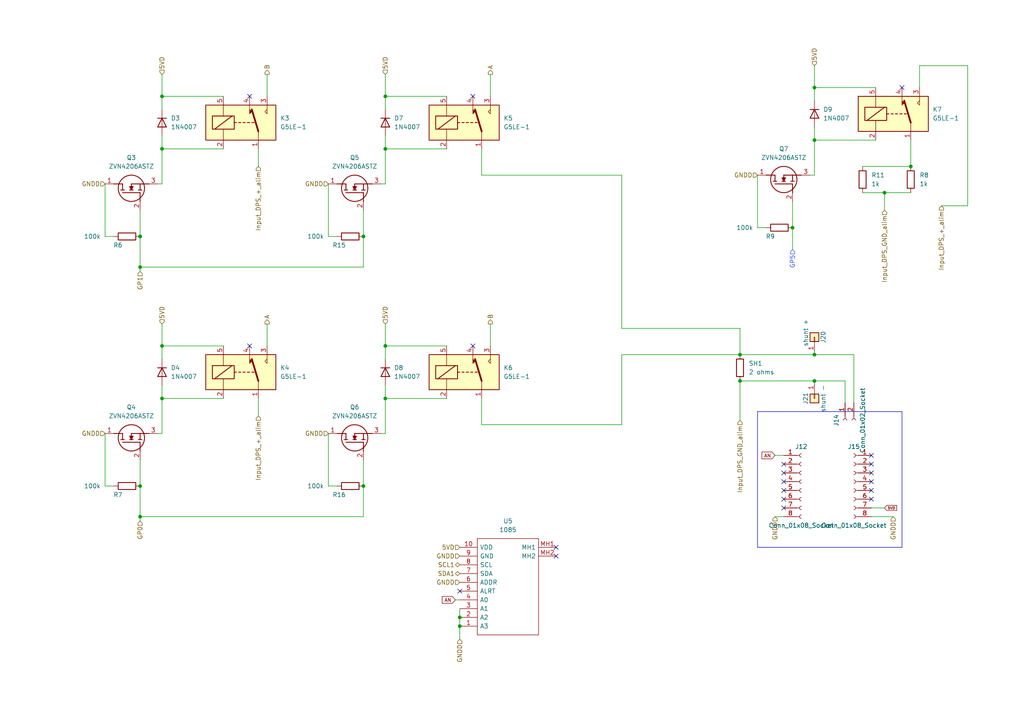
<source format=kicad_sch>
(kicad_sch (version 20231120) (generator "eeschema") (generator_version "8.0")
  (paper "A4")
  (lib_symbols
    (symbol "1085:1085" (pin_names (offset 0.762))
      (property "Reference" "IC" (at 24.13 7.62 0))
      (property "Value" "1085" (at 24.13 5.08 0))
      (symbol "1085_0_0"
        (pin passive line (at 0 -22.86 0) (length 5.08) (name "A3") (number "1"))
        (pin passive line (at 0 0 0) (length 5.08) (name "VDD") (number "10"))
        (pin passive line (at 0 -20.32 0) (length 5.08) (name "A2") (number "2"))
        (pin passive line (at 0 -17.78 0) (length 5.08) (name "A1") (number "3"))
        (pin passive line (at 0 -15.24 0) (length 5.08) (name "A0") (number "4"))
        (pin passive line (at 0 -12.7 0) (length 5.08) (name "ALRT") (number "5"))
        (pin passive line (at 0 -10.16 0) (length 5.08) (name "ADDR") (number "6"))
        (pin passive line (at 0 -7.62 0) (length 5.08) (name "SDA") (number "7"))
        (pin passive line (at 0 -5.08 0) (length 5.08) (name "SCL") (number "8"))
        (pin passive line (at 0 -2.54 0) (length 5.08) (name "GND") (number "9"))
        (pin passive line (at 27.94 0 180) (length 5.08) (name "MH1") (number "MH1"))
        (pin passive line (at 27.94 -2.54 180) (length 5.08) (name "MH2") (number "MH2"))
      )
      (symbol "1085_0_1"
        (polyline (pts (xy 5.08 2.54) (xy 22.86 2.54) (xy 22.86 -25.4) (xy 5.08 -25.4) (xy 5.08 2.54)) (stroke (width 0.1524)))
      )
    )
    (symbol "Connector:Conn_01x02_Socket" (pin_names (offset 1.016) hide)
      (property "Reference" "J" (at 0 2.54 0))
      (property "Value" "Conn_01x02_Socket" (at 0 -5.08 0))
      (symbol "Conn_01x02_Socket_1_1"
        (arc (start 0 -2.032) (mid -0.5058 -2.54) (end 0 -3.048) (stroke (width 0.1524)))
        (polyline (pts (xy -1.27 -2.54) (xy -0.508 -2.54)) (stroke (width 0.1524)))
        (polyline (pts (xy -1.27 0) (xy -0.508 0)) (stroke (width 0.1524)))
        (arc (start 0 0.508) (mid -0.5058 0) (end 0 -0.508) (stroke (width 0.1524)))
        (pin passive line (at -5.08 0 0) (length 3.81) (name "Pin_1") (number "1"))
        (pin passive line (at -5.08 -2.54 0) (length 3.81) (name "Pin_2") (number "2"))
      )
    )
    (symbol "Connector:Conn_01x08_Socket" (pin_names (offset 1.016) hide)
      (property "Reference" "J" (at 0 10.16 0))
      (property "Value" "Conn_01x08_Socket" (at 0 -12.7 0))
      (symbol "Conn_01x08_Socket_1_1"
        (arc (start 0 -9.652) (mid -0.5058 -10.16) (end 0 -10.668) (stroke (width 0.1524)))
        (arc (start 0 -7.112) (mid -0.5058 -7.62) (end 0 -8.128) (stroke (width 0.1524)))
        (arc (start 0 -4.572) (mid -0.5058 -5.08) (end 0 -5.588) (stroke (width 0.1524)))
        (arc (start 0 -2.032) (mid -0.5058 -2.54) (end 0 -3.048) (stroke (width 0.1524)))
        (polyline (pts (xy -1.27 -10.16) (xy -0.508 -10.16)) (stroke (width 0.1524)))
        (polyline (pts (xy -1.27 -7.62) (xy -0.508 -7.62)) (stroke (width 0.1524)))
        (polyline (pts (xy -1.27 -5.08) (xy -0.508 -5.08)) (stroke (width 0.1524)))
        (polyline (pts (xy -1.27 -2.54) (xy -0.508 -2.54)) (stroke (width 0.1524)))
        (polyline (pts (xy -1.27 0) (xy -0.508 0)) (stroke (width 0.1524)))
        (polyline (pts (xy -1.27 2.54) (xy -0.508 2.54)) (stroke (width 0.1524)))
        (polyline (pts (xy -1.27 5.08) (xy -0.508 5.08)) (stroke (width 0.1524)))
        (polyline (pts (xy -1.27 7.62) (xy -0.508 7.62)) (stroke (width 0.1524)))
        (arc (start 0 0.508) (mid -0.5058 0) (end 0 -0.508) (stroke (width 0.1524)))
        (arc (start 0 3.048) (mid -0.5058 2.54) (end 0 2.032) (stroke (width 0.1524)))
        (arc (start 0 5.588) (mid -0.5058 5.08) (end 0 4.572) (stroke (width 0.1524)))
        (arc (start 0 8.128) (mid -0.5058 7.62) (end 0 7.112) (stroke (width 0.1524)))
        (pin passive line (at -5.08 7.62 0) (length 3.81) (name "Pin_1") (number "1"))
        (pin passive line (at -5.08 5.08 0) (length 3.81) (name "Pin_2") (number "2"))
        (pin passive line (at -5.08 2.54 0) (length 3.81) (name "Pin_3") (number "3"))
        (pin passive line (at -5.08 0 0) (length 3.81) (name "Pin_4") (number "4"))
        (pin passive line (at -5.08 -2.54 0) (length 3.81) (name "Pin_5") (number "5"))
        (pin passive line (at -5.08 -5.08 0) (length 3.81) (name "Pin_6") (number "6"))
        (pin passive line (at -5.08 -7.62 0) (length 3.81) (name "Pin_7") (number "7"))
        (pin passive line (at -5.08 -10.16 0) (length 3.81) (name "Pin_8") (number "8"))
      )
    )
    (symbol "Connector_Generic:Conn_01x01" (pin_names (offset 1.016) hide)
      (property "Reference" "J" (at 0 2.54 0))
      (property "Value" "Conn_01x01" (at 0 -2.54 0))
      (symbol "Conn_01x01_1_1"
        (rectangle (start -1.27 0.127) (end 0 -0.127) (stroke (width 0.1524)))
        (rectangle (start -1.27 1.27) (end 1.27 -1.27) (stroke (width 0.254)) (fill (type background)))
        (pin passive line (at -5.08 0 0) (length 3.81) (name "Pin_1") (number "1"))
      )
    )
    (symbol "Device:R" (pin_numbers hide) (pin_names (offset 0))
      (property "Reference" "R" (at 2.032 0 90))
      (property "Value" "R" (at 0 0 90))
      (symbol "R_0_1"
        (rectangle (start -1.016 -2.54) (end 1.016 2.54) (stroke (width 0.254)))
      )
      (symbol "R_1_1"
        (pin passive line (at 0 3.81 270) (length 1.27) (name "~") (number "1"))
        (pin passive line (at 0 -3.81 90) (length 1.27) (name "~") (number "2"))
      )
    )
    (symbol "Diode:1N4001" (pin_numbers hide) (pin_names hide)
      (property "Reference" "D" (at 0 2.54 0))
      (property "Value" "1N4001" (at 0 -2.54 0))
      (symbol "1N4001_0_1"
        (polyline (pts (xy -1.27 1.27) (xy -1.27 -1.27)) (stroke (width 0.254)))
        (polyline (pts (xy 1.27 0) (xy -1.27 0)))
        (polyline (pts (xy 1.27 1.27) (xy 1.27 -1.27) (xy -1.27 0) (xy 1.27 1.27)) (stroke (width 0.254)))
      )
      (symbol "1N4001_1_1"
        (pin passive line (at -3.81 0 0) (length 2.54) (name "K") (number "1"))
        (pin passive line (at 3.81 0 180) (length 2.54) (name "A") (number "2"))
      )
    )
    (symbol "Relay:G5LE-1"
      (property "Reference" "K" (at 11.43 3.81 0))
      (property "Value" "G5LE-1" (at 11.43 1.27 0))
      (symbol "G5LE-1_0_0"
        (polyline (pts (xy 7.62 5.08) (xy 7.62 2.54) (xy 6.985 3.175) (xy 7.62 3.81)))
      )
      (symbol "G5LE-1_0_1"
        (rectangle (start -10.16 5.08) (end 10.16 -5.08) (stroke (width 0.254)) (fill (type background)))
        (rectangle (start -8.255 1.905) (end -1.905 -1.905) (stroke (width 0.254)))
        (polyline (pts (xy -7.62 -1.905) (xy -2.54 1.905)) (stroke (width 0.254)))
        (polyline (pts (xy -5.08 -5.08) (xy -5.08 -1.905)))
        (polyline (pts (xy -5.08 5.08) (xy -5.08 1.905)))
        (polyline (pts (xy -1.905 0) (xy -1.27 0)) (stroke (width 0.254)))
        (polyline (pts (xy -0.635 0) (xy 0 0)) (stroke (width 0.254)))
        (polyline (pts (xy 0.635 0) (xy 1.27 0)) (stroke (width 0.254)))
        (polyline (pts (xy 1.905 0) (xy 2.54 0)) (stroke (width 0.254)))
        (polyline (pts (xy 3.175 0) (xy 3.81 0)) (stroke (width 0.254)))
        (polyline (pts (xy 5.08 -2.54) (xy 3.175 3.81)) (stroke (width 0.508)))
        (polyline (pts (xy 5.08 -2.54) (xy 5.08 -5.08)))
        (polyline (pts (xy 2.54 5.08) (xy 2.54 2.54) (xy 3.175 3.175) (xy 2.54 3.81)) (fill (type outline)))
      )
      (symbol "G5LE-1_1_1"
        (pin passive line (at 5.08 -7.62 90) (length 2.54) (name "~") (number "1"))
        (pin passive line (at -5.08 -7.62 90) (length 2.54) (name "~") (number "2"))
        (pin passive line (at 7.62 7.62 270) (length 2.54) (name "~") (number "3"))
        (pin passive line (at 2.54 7.62 270) (length 2.54) (name "~") (number "4"))
        (pin passive line (at -5.08 7.62 270) (length 2.54) (name "~") (number "5"))
      )
    )
    (symbol "ZVN4206ASTZ:ZVN4206ASTZ" (pin_names hide)
      (property "Reference" "Q" (at 11.43 3.81 0))
      (property "Value" "ZVN4206ASTZ" (at 11.43 1.27 0))
      (symbol "ZVN4206ASTZ_1_1"
        (polyline (pts (xy 2.54 0) (xy 5.08 0)) (stroke (width 0.254)))
        (polyline (pts (xy 5.08 5.08) (xy 5.08 0)) (stroke (width 0.254)))
        (polyline (pts (xy 5.842 -0.508) (xy 5.842 0.508)) (stroke (width 0.254)))
        (polyline (pts (xy 5.842 0) (xy 7.62 0)) (stroke (width 0.254)))
        (polyline (pts (xy 5.842 2.032) (xy 5.842 3.048)) (stroke (width 0.254)))
        (polyline (pts (xy 5.842 5.588) (xy 5.842 4.572)) (stroke (width 0.254)))
        (polyline (pts (xy 7.62 2.54) (xy 5.842 2.54)) (stroke (width 0.254)))
        (polyline (pts (xy 7.62 2.54) (xy 7.62 -2.54)) (stroke (width 0.254)))
        (polyline (pts (xy 7.62 5.08) (xy 5.842 5.08)) (stroke (width 0.254)))
        (polyline (pts (xy 7.62 5.08) (xy 7.62 7.62)) (stroke (width 0.254)))
        (polyline (pts (xy 5.842 2.54) (xy 6.858 3.048) (xy 6.858 2.032) (xy 5.842 2.54)) (stroke (width 0.254)) (fill (type outline)))
        (circle (center 6.35 2.54) (radius 3.81) (stroke (width 0.254)))
        (pin passive line (at 7.62 10.16 270) (length 2.54) (name "D") (number "1"))
        (pin passive line (at 0 0 0) (length 2.54) (name "G") (number "2"))
        (pin passive line (at 7.62 -5.08 90) (length 2.54) (name "S") (number "3"))
      )
    )
  )
  (junction (at 111.76 27.94))
  (junction (at 133.35 179.07))
  (junction (at 264.16 48.26))
  (junction (at 46.99 27.94))
  (junction (at 40.64 149.86))
  (junction (at 40.64 68.58))
  (junction (at 111.76 100.33))
  (junction (at 105.41 140.97))
  (junction (at 236.22 40.64))
  (junction (at 256.54 55.88))
  (junction (at 214.63 110.49))
  (junction (at 40.64 77.47))
  (junction (at 46.99 115.57))
  (junction (at 133.35 181.61))
  (junction (at 236.22 25.4))
  (junction (at 40.64 140.97))
  (junction (at 105.41 68.58))
  (junction (at 46.99 100.33))
  (junction (at 229.87 66.04))
  (junction (at 214.63 102.87))
  (junction (at 236.22 102.87))
  (junction (at 46.99 43.18))
  (junction (at 111.76 115.57))
  (junction (at 111.76 43.18))
  (junction (at 236.22 110.49))
  (no_connect (at 133.35 171.45))
  (no_connect (at 261.62 25.4))
  (no_connect (at 161.29 161.29))
  (no_connect (at 252.73 132.08))
  (no_connect (at 227.33 134.62))
  (no_connect (at 161.29 158.75))
  (no_connect (at 72.39 27.94))
  (no_connect (at 252.73 134.62))
  (no_connect (at 227.33 144.78))
  (no_connect (at 227.33 147.32))
  (no_connect (at 72.39 100.33))
  (no_connect (at 252.73 144.78))
  (no_connect (at 252.73 142.24))
  (no_connect (at 252.73 137.16))
  (no_connect (at 227.33 139.7))
  (no_connect (at 137.16 27.94))
  (no_connect (at 252.73 139.7))
  (no_connect (at 227.33 142.24))
  (no_connect (at 137.16 100.33))
  (no_connect (at 227.33 137.16))
  (wire (pts (xy 40.64 68.58) (xy 40.64 60.96)))
  (wire (pts (xy 214.63 110.49) (xy 214.63 121.92)))
  (wire (pts (xy 46.99 115.57) (xy 46.99 125.73)))
  (wire (pts (xy 236.22 102.87) (xy 214.63 102.87)))
  (wire (pts (xy 132.08 173.99) (xy 133.35 173.99)))
  (polyline (pts (xy 261.62 158.75) (xy 219.71 158.75)))
  (wire (pts (xy 46.99 43.18) (xy 64.77 43.18)))
  (wire (pts (xy 46.99 39.37) (xy 46.99 43.18)))
  (wire (pts (xy 111.76 43.18) (xy 129.54 43.18)))
  (wire (pts (xy 105.41 140.97) (xy 105.41 149.86)))
  (wire (pts (xy 247.65 116.84) (xy 247.65 102.87)))
  (wire (pts (xy 252.73 149.86) (xy 259.08 149.86)))
  (wire (pts (xy 40.64 77.47) (xy 40.64 78.74)))
  (wire (pts (xy 111.76 93.98) (xy 111.76 100.33)))
  (wire (pts (xy 111.76 100.33) (xy 111.76 104.14)))
  (wire (pts (xy 111.76 39.37) (xy 111.76 43.18)))
  (wire (pts (xy 256.54 55.88) (xy 256.54 60.96)))
  (wire (pts (xy 77.47 21.59) (xy 77.47 27.94)))
  (wire (pts (xy 133.35 181.61) (xy 133.35 185.42)))
  (polyline (pts (xy 219.71 119.38) (xy 219.71 158.75)))
  (wire (pts (xy 280.67 19.05) (xy 266.7 19.05)))
  (wire (pts (xy 40.64 68.58) (xy 40.64 77.47)))
  (wire (pts (xy 180.34 102.87) (xy 180.34 123.19)))
  (wire (pts (xy 111.76 27.94) (xy 111.76 31.75)))
  (wire (pts (xy 250.19 55.88) (xy 256.54 55.88)))
  (wire (pts (xy 111.76 115.57) (xy 129.54 115.57)))
  (wire (pts (xy 224.79 132.08) (xy 227.33 132.08)))
  (wire (pts (xy 30.48 140.97) (xy 30.48 125.73)))
  (wire (pts (xy 105.41 68.58) (xy 105.41 77.47)))
  (wire (pts (xy 40.64 140.97) (xy 40.64 149.86)))
  (wire (pts (xy 229.87 66.04) (xy 229.87 58.42)))
  (wire (pts (xy 46.99 21.59) (xy 46.99 27.94)))
  (wire (pts (xy 40.64 140.97) (xy 40.64 133.35)))
  (wire (pts (xy 64.77 100.33) (xy 46.99 100.33)))
  (wire (pts (xy 264.16 40.64) (xy 264.16 48.26)))
  (wire (pts (xy 46.99 115.57) (xy 64.77 115.57)))
  (wire (pts (xy 236.22 40.64) (xy 254 40.64)))
  (wire (pts (xy 229.87 66.04) (xy 229.87 72.39)))
  (wire (pts (xy 273.05 59.69) (xy 280.67 59.69)))
  (wire (pts (xy 214.63 95.25) (xy 214.63 102.87)))
  (wire (pts (xy 95.25 68.58) (xy 95.25 53.34)))
  (wire (pts (xy 30.48 68.58) (xy 30.48 53.34)))
  (wire (pts (xy 46.99 53.34) (xy 45.72 53.34)))
  (wire (pts (xy 111.76 111.76) (xy 111.76 115.57)))
  (wire (pts (xy 74.93 43.18) (xy 74.93 48.26)))
  (wire (pts (xy 77.47 93.98) (xy 77.47 100.33)))
  (wire (pts (xy 214.63 102.87) (xy 180.34 102.87)))
  (wire (pts (xy 236.22 25.4) (xy 236.22 29.21)))
  (wire (pts (xy 97.79 140.97) (xy 95.25 140.97)))
  (polyline (pts (xy 219.71 119.38) (xy 261.62 119.38)))
  (wire (pts (xy 254 25.4) (xy 236.22 25.4)))
  (wire (pts (xy 33.02 68.58) (xy 30.48 68.58)))
  (wire (pts (xy 40.64 149.86) (xy 105.41 149.86)))
  (wire (pts (xy 46.99 43.18) (xy 46.99 53.34)))
  (wire (pts (xy 111.76 43.18) (xy 111.76 53.34)))
  (wire (pts (xy 214.63 110.49) (xy 236.22 110.49)))
  (wire (pts (xy 236.22 40.64) (xy 236.22 50.8)))
  (wire (pts (xy 33.02 140.97) (xy 30.48 140.97)))
  (wire (pts (xy 139.7 115.57) (xy 139.7 123.19)))
  (wire (pts (xy 180.34 123.19) (xy 139.7 123.19)))
  (wire (pts (xy 180.34 50.8) (xy 180.34 95.25)))
  (wire (pts (xy 224.79 149.86) (xy 227.33 149.86)))
  (wire (pts (xy 64.77 27.94) (xy 46.99 27.94)))
  (wire (pts (xy 46.99 93.98) (xy 46.99 100.33)))
  (wire (pts (xy 111.76 125.73) (xy 110.49 125.73)))
  (wire (pts (xy 46.99 27.94) (xy 46.99 31.75)))
  (wire (pts (xy 133.35 179.07) (xy 133.35 181.61)))
  (wire (pts (xy 256.54 55.88) (xy 264.16 55.88)))
  (wire (pts (xy 219.71 66.04) (xy 219.71 50.8)))
  (wire (pts (xy 139.7 50.8) (xy 180.34 50.8)))
  (wire (pts (xy 133.35 176.53) (xy 133.35 179.07)))
  (wire (pts (xy 245.11 110.49) (xy 245.11 116.84)))
  (wire (pts (xy 40.64 149.86) (xy 40.64 151.13)))
  (wire (pts (xy 266.7 19.05) (xy 266.7 25.4)))
  (wire (pts (xy 129.54 100.33) (xy 111.76 100.33)))
  (wire (pts (xy 46.99 111.76) (xy 46.99 115.57)))
  (wire (pts (xy 111.76 115.57) (xy 111.76 125.73)))
  (wire (pts (xy 280.67 59.69) (xy 280.67 19.05)))
  (wire (pts (xy 250.19 48.26) (xy 264.16 48.26)))
  (wire (pts (xy 97.79 68.58) (xy 95.25 68.58)))
  (wire (pts (xy 105.41 140.97) (xy 105.41 133.35)))
  (wire (pts (xy 95.25 140.97) (xy 95.25 125.73)))
  (polyline (pts (xy 261.62 119.38) (xy 261.62 158.75)))
  (wire (pts (xy 111.76 53.34) (xy 110.49 53.34)))
  (wire (pts (xy 236.22 50.8) (xy 234.95 50.8)))
  (wire (pts (xy 222.25 66.04) (xy 219.71 66.04)))
  (wire (pts (xy 142.24 21.59) (xy 142.24 27.94)))
  (wire (pts (xy 180.34 95.25) (xy 214.63 95.25)))
  (wire (pts (xy 236.22 110.49) (xy 245.11 110.49)))
  (wire (pts (xy 40.64 77.47) (xy 105.41 77.47)))
  (wire (pts (xy 46.99 100.33) (xy 46.99 104.14)))
  (wire (pts (xy 236.22 36.83) (xy 236.22 40.64)))
  (wire (pts (xy 142.24 93.98) (xy 142.24 100.33)))
  (wire (pts (xy 247.65 102.87) (xy 236.22 102.87)))
  (wire (pts (xy 236.22 19.05) (xy 236.22 25.4)))
  (wire (pts (xy 129.54 27.94) (xy 111.76 27.94)))
  (wire (pts (xy 74.93 115.57) (xy 74.93 120.65)))
  (wire (pts (xy 46.99 125.73) (xy 45.72 125.73)))
  (wire (pts (xy 105.41 68.58) (xy 105.41 60.96)))
  (wire (pts (xy 139.7 43.18) (xy 139.7 50.8)))
  (wire (pts (xy 252.73 147.32) (xy 256.54 147.32)))
  (wire (pts (xy 111.76 21.59) (xy 111.76 27.94)))
  (global_label "5VD" (shape input) (at 256.54 147.32 0) (effects (font (size 0.75 0.75))) (property "Intersheetrefs" "${INTERSHEET_REFS}" (effects (hide yes))))
  (global_label "AN" (shape input) (at 132.08 173.99 180) (effects (font (size 1 1))) (property "Intersheetrefs" "${INTERSHEET_REFS}" (effects (hide yes))))
  (global_label "AN" (shape input) (at 224.79 132.08 180) (effects (font (size 1 1))) (property "Intersheetrefs" "${INTERSHEET_REFS}" (effects (hide yes))))
  (hierarchical_label "5VD" (shape input) (at 236.22 19.05 90))
  (hierarchical_label "GNDD" (shape input) (at 259.08 149.86 270))
  (hierarchical_label "GNDD" (shape input) (at 95.25 53.34 180))
  (hierarchical_label "5VD" (shape input) (at 46.99 93.98 90))
  (hierarchical_label "GNDD" (shape input) (at 133.35 161.29 180))
  (hierarchical_label "GNDD" (shape input) (at 224.79 149.86 270))
  (hierarchical_label "GP0" (shape input) (at 40.64 151.13 270))
  (hierarchical_label "5VD" (shape input) (at 111.76 93.98 90))
  (hierarchical_label "GNDD" (shape input) (at 95.25 125.73 180))
  (hierarchical_label "GNDD" (shape input) (at 133.35 185.42 270))
  (hierarchical_label "GP1" (shape input) (at 40.64 78.74 270))
  (hierarchical_label "GNDD" (shape input) (at 133.35 168.91 180))
  (hierarchical_label "A" (shape output) (at 77.47 93.98 90))
  (hierarchical_label "Input_DPS_+_alim" (shape input) (at 74.93 48.26 270))
  (hierarchical_label "GP5" (shape input) (at 229.87 72.39 270))
  (hierarchical_label "5VD" (shape input) (at 46.99 21.59 90))
  (hierarchical_label "Input_DPS_+_alim" (shape input) (at 273.05 59.69 270))
  (hierarchical_label "Input_DPS_GND_alim" (shape input) (at 214.63 121.92 270))
  (hierarchical_label "5VD" (shape input) (at 133.35 158.75 180))
  (hierarchical_label "B" (shape output) (at 142.24 93.98 90))
  (hierarchical_label "Input_DPS_+_alim" (shape input) (at 74.93 120.65 270))
  (hierarchical_label "SDA1" (shape bidirectional) (at 133.35 166.37 180))
  (hierarchical_label "SCL1" (shape bidirectional) (at 133.35 163.83 180))
  (hierarchical_label "A" (shape output) (at 142.24 21.59 90))
  (hierarchical_label "GNDD" (shape input) (at 30.48 53.34 180))
  (hierarchical_label "Input_DPS_GND_alim" (shape input) (at 256.54 60.96 270))
  (hierarchical_label "GNDD" (shape input) (at 219.71 50.8 180))
  (hierarchical_label "B" (shape output) (at 77.47 21.59 90))
  (hierarchical_label "GNDD" (shape input) (at 30.48 125.73 180))
  (hierarchical_label "5VD" (shape input) (at 111.76 21.59 90))
  (symbol (lib_id "Relay:G5LE-1") (at 134.62 107.95 0) (unit 1)
    (property "Reference" "K6" (at 146.05 106.6799 0) (effects (justify left)))
    (property "Value" "G5LE-1" (at 146.05 109.2199 0) (effects (justify left)))
    (property "Footprint" "Relay_THT:Relay_SPDT_Omron-G5LE-1" (effects (hide yes)))
    (property "Datasheet" "http://www.omron.com/ecb/products/pdf/en-g5le.pdf" (effects (hide yes)))
    (property "Description" "Relay analog 5V power (G5LE-1)" (effects (hide yes)))
  )
  (symbol (lib_id "Device:R") (at 250.19 52.07 0) (unit 1)
    (property "Reference" "R11" (at 252.73 50.8 0) (effects (justify left)))
    (property "Value" "1k" (at 252.73 53.34 0) (effects (justify left)))
    (property "Footprint" "Resistor_THT:R_Axial_DIN0207_L6.3mm_D2.5mm_P7.62mm_Horizontal" (effects (hide yes)))
  )
  (symbol (lib_id "Diode:1N4001") (at 46.99 35.56 270) (unit 1)
    (property "Reference" "D3" (at 49.53 34.29 90) (effects (justify left)))
    (property "Value" "1N4007" (at 49.53 36.83 90) (effects (justify left)))
    (property "Footprint" "Diode_THT:D_DO-41_SOD81_P10.16mm_Horizontal" (effects (hide yes)))
    (property "Datasheet" "http://www.vishay.com/docs/88503/1n4001.pdf" (effects (hide yes)))
    (property "Description" "Diode DO41" (effects (hide yes)))
    (property "Sim.Device" "D" (effects (hide yes)))
    (property "Sim.Pins" "1=K 2=A" (effects (hide yes)))
  )
  (symbol (lib_id "Relay:G5LE-1") (at 134.62 35.56 0) (unit 1)
    (property "Reference" "K5" (at 146.05 34.2899 0) (effects (justify left)))
    (property "Value" "G5LE-1" (at 146.05 36.8299 0) (effects (justify left)))
    (property "Footprint" "Relay_THT:Relay_SPDT_Omron-G5LE-1" (effects (hide yes)))
    (property "Datasheet" "http://www.omron.com/ecb/products/pdf/en-g5le.pdf" (effects (hide yes)))
    (property "Description" "Relay analog 5V power (G5LE-1)" (effects (hide yes)))
  )
  (symbol (lib_id "Relay:G5LE-1") (at 259.08 33.02 0) (unit 1)
    (property "Reference" "K7" (at 270.51 31.7499 0) (effects (justify left)))
    (property "Value" "G5LE-1" (at 270.51 34.2899 0) (effects (justify left)))
    (property "Footprint" "Relay_THT:Relay_SPDT_Omron-G5LE-1" (effects (hide yes)))
    (property "Datasheet" "http://www.omron.com/ecb/products/pdf/en-g5le.pdf" (effects (hide yes)))
    (property "Description" "Relay analog 5V power (G5LE-1)" (effects (hide yes)))
  )
  (symbol (lib_id "ZVN4206ASTZ:ZVN4206ASTZ") (at 40.64 133.35 90) (unit 1)
    (property "Reference" "Q4" (at 38.1 118.11 90))
    (property "Value" "ZVN4206ASTZ" (at 38.1 120.65 90))
    (property "Footprint" "Package_TO_SOT_THT:TO-92L_Wide" (effects (hide yes)))
    (property "Datasheet" "https://www.diodes.com/assets/Datasheets/ZVN4206A.pdf" (effects (hide yes)))
    (property "Description" "Transistor JFET - TO shape - relay activation" (effects (hide yes)))
    (property "Height" "4.01" (effects (hide yes)))
    (property "Manufacturer_Name" "Diodes Incorporated" (effects (hide yes)))
    (property "Manufacturer_Part_Number" "ZVN4206ASTZ" (effects (hide yes)))
    (property "Mouser Part Number" "522-ZVN4206ASTZ" (effects (hide yes)))
    (property "Mouser Price/Stock" "https://www.mouser.co.uk/ProductDetail/Diodes-Incorporated/ZVN4206ASTZ?qs=OlC7AqGiEDlGIiNe7stL%252BQ%3D%3D" (effects (hide yes)))
    (property "Arrow Part Number" "ZVN4206ASTZ" (effects (hide yes)))
    (property "Arrow Price/Stock" "https://www.arrow.com/en/products/zvn4206astz/diodes-incorporated?region=nac" (effects (hide yes)))
  )
  (symbol (lib_id "Device:R") (at 101.6 68.58 90) (unit 1)
    (property "Reference" "R15" (at 100.33 71.12 90) (effects (justify left)))
    (property "Value" "100k" (at 93.98 68.58 90) (effects (justify left)))
    (property "Footprint" "Resistor_THT:R_Axial_DIN0207_L6.3mm_D2.5mm_P7.62mm_Horizontal" (effects (hide yes)))
    (property "Description" "100 kohms resistor" (effects (hide yes)))
  )
  (symbol (lib_id "Device:R") (at 36.83 68.58 90) (unit 1)
    (property "Reference" "R6" (at 35.56 71.12 90) (effects (justify left)))
    (property "Value" "100k" (at 29.21 68.58 90) (effects (justify left)))
    (property "Footprint" "Resistor_THT:R_Axial_DIN0207_L6.3mm_D2.5mm_P7.62mm_Horizontal" (effects (hide yes)))
    (property "Description" "100 kohms resistor" (effects (hide yes)))
  )
  (symbol (lib_id "Device:R") (at 101.6 140.97 90) (unit 1)
    (property "Reference" "R16" (at 100.33 143.51 90) (effects (justify left)))
    (property "Value" "100k" (at 93.98 140.97 90) (effects (justify left)))
    (property "Footprint" "Resistor_THT:R_Axial_DIN0207_L6.3mm_D2.5mm_P7.62mm_Horizontal" (effects (hide yes)))
    (property "Description" "100 kohms resistor" (effects (hide yes)))
  )
  (symbol (lib_id "ZVN4206ASTZ:ZVN4206ASTZ") (at 105.41 133.35 90) (unit 1)
    (property "Reference" "Q6" (at 102.87 118.11 90))
    (property "Value" "ZVN4206ASTZ" (at 102.87 120.65 90))
    (property "Footprint" "Package_TO_SOT_THT:TO-92L_Wide" (effects (hide yes)))
    (property "Datasheet" "https://www.diodes.com/assets/Datasheets/ZVN4206A.pdf" (effects (hide yes)))
    (property "Description" "Transistor JFET - TO shape - relay activation" (effects (hide yes)))
    (property "Height" "4.01" (effects (hide yes)))
    (property "Manufacturer_Name" "Diodes Incorporated" (effects (hide yes)))
    (property "Manufacturer_Part_Number" "ZVN4206ASTZ" (effects (hide yes)))
    (property "Mouser Part Number" "522-ZVN4206ASTZ" (effects (hide yes)))
    (property "Mouser Price/Stock" "https://www.mouser.co.uk/ProductDetail/Diodes-Incorporated/ZVN4206ASTZ?qs=OlC7AqGiEDlGIiNe7stL%252BQ%3D%3D" (effects (hide yes)))
    (property "Arrow Part Number" "ZVN4206ASTZ" (effects (hide yes)))
    (property "Arrow Price/Stock" "https://www.arrow.com/en/products/zvn4206astz/diodes-incorporated?region=nac" (effects (hide yes)))
  )
  (symbol (lib_id "ZVN4206ASTZ:ZVN4206ASTZ") (at 40.64 60.96 90) (unit 1)
    (property "Reference" "Q3" (at 38.1 45.72 90))
    (property "Value" "ZVN4206ASTZ" (at 38.1 48.26 90))
    (property "Footprint" "Package_TO_SOT_THT:TO-92L_Wide" (effects (hide yes)))
    (property "Datasheet" "https://www.diodes.com/assets/Datasheets/ZVN4206A.pdf" (effects (hide yes)))
    (property "Description" "Transistor JFET - TO shape - relay activation" (effects (hide yes)))
    (property "Height" "4.01" (effects (hide yes)))
    (property "Manufacturer_Name" "Diodes Incorporated" (effects (hide yes)))
    (property "Manufacturer_Part_Number" "ZVN4206ASTZ" (effects (hide yes)))
    (property "Mouser Part Number" "522-ZVN4206ASTZ" (effects (hide yes)))
    (property "Mouser Price/Stock" "https://www.mouser.co.uk/ProductDetail/Diodes-Incorporated/ZVN4206ASTZ?qs=OlC7AqGiEDlGIiNe7stL%252BQ%3D%3D" (effects (hide yes)))
    (property "Arrow Part Number" "ZVN4206ASTZ" (effects (hide yes)))
    (property "Arrow Price/Stock" "https://www.arrow.com/en/products/zvn4206astz/diodes-incorporated?region=nac" (effects (hide yes)))
  )
  (symbol (lib_id "Connector_Generic:Conn_01x01") (at 236.22 97.79 90) (unit 1)
    (property "Reference" "J20" (at 238.76 97.79 0))
    (property "Value" "shunt +" (at 233.68 96.52 0))
    (property "Footprint" "Connector_PinHeader_2.54mm:PinHeader_1x01_P2.54mm_Vertical" (effects (hide yes)))
    (property "Description" "Contact check" (effects (hide yes)))
  )
  (symbol (lib_id "Connector:Conn_01x02_Socket") (at 245.11 121.92 90) (mirror x) (unit 1)
    (property "Reference" "J14" (at 242.57 121.92 0))
    (property "Value" "Conn_01x02_Socket" (at 250.19 121.92 0))
    (property "Footprint" "Connector_PinHeader_2.54mm:PinHeader_1x02_P2.54mm_Vertical" (effects (hide yes)))
    (property "Description" "Current 7 click (left)" (effects (hide yes)))
  )
  (symbol (lib_id "Diode:1N4001") (at 111.76 107.95 270) (unit 1)
    (property "Reference" "D8" (at 114.3 106.68 90) (effects (justify left)))
    (property "Value" "1N4007" (at 114.3 109.22 90) (effects (justify left)))
    (property "Footprint" "Diode_THT:D_DO-41_SOD81_P10.16mm_Horizontal" (effects (hide yes)))
    (property "Datasheet" "http://www.vishay.com/docs/88503/1n4001.pdf" (effects (hide yes)))
    (property "Description" "Diode DO41" (effects (hide yes)))
    (property "Sim.Device" "D" (effects (hide yes)))
    (property "Sim.Pins" "1=K 2=A" (effects (hide yes)))
  )
  (symbol (lib_id "Connector_Generic:Conn_01x01") (at 236.22 115.57 270) (unit 1)
    (property "Reference" "J21" (at 233.68 115.57 0))
    (property "Value" "shunt -" (at 238.76 115.57 0))
    (property "Footprint" "Connector_PinHeader_2.54mm:PinHeader_1x01_P2.54mm_Vertical" (effects (hide yes)))
    (property "Description" "Contact check" (effects (hide yes)))
  )
  (symbol (lib_id "Connector:Conn_01x08_Socket") (at 247.65 139.7 0) (mirror y) (unit 1)
    (property "Reference" "J15" (at 247.65 129.54 0))
    (property "Value" "Conn_01x08_Socket" (at 247.65 152.4 0))
    (property "Footprint" "Connector_PinHeader_2.54mm:PinHeader_1x08_P2.54mm_Vertical" (effects (hide yes)))
    (property "Description" "Current 7 click (top)" (effects (hide yes)))
  )
  (symbol (lib_id "ZVN4206ASTZ:ZVN4206ASTZ") (at 229.87 58.42 90) (unit 1)
    (property "Reference" "Q7" (at 227.33 43.18 90))
    (property "Value" "ZVN4206ASTZ" (at 227.33 45.72 90))
    (property "Footprint" "Package_TO_SOT_THT:TO-92L_Wide" (effects (hide yes)))
    (property "Datasheet" "https://www.diodes.com/assets/Datasheets/ZVN4206A.pdf" (effects (hide yes)))
    (property "Description" "Transistor JFET - TO shape - relay activation" (effects (hide yes)))
    (property "Height" "4.01" (effects (hide yes)))
    (property "Manufacturer_Name" "Diodes Incorporated" (effects (hide yes)))
    (property "Manufacturer_Part_Number" "ZVN4206ASTZ" (effects (hide yes)))
    (property "Mouser Part Number" "522-ZVN4206ASTZ" (effects (hide yes)))
    (property "Mouser Price/Stock" "https://www.mouser.co.uk/ProductDetail/Diodes-Incorporated/ZVN4206ASTZ?qs=OlC7AqGiEDlGIiNe7stL%252BQ%3D%3D" (effects (hide yes)))
    (property "Arrow Part Number" "ZVN4206ASTZ" (effects (hide yes)))
    (property "Arrow Price/Stock" "https://www.arrow.com/en/products/zvn4206astz/diodes-incorporated?region=nac" (effects (hide yes)))
  )
  (symbol (lib_id "Diode:1N4001") (at 236.22 33.02 270) (unit 1)
    (property "Reference" "D9" (at 238.76 31.75 90) (effects (justify left)))
    (property "Value" "1N4007" (at 238.76 34.29 90) (effects (justify left)))
    (property "Footprint" "Diode_THT:D_DO-41_SOD81_P10.16mm_Horizontal" (effects (hide yes)))
    (property "Datasheet" "http://www.vishay.com/docs/88503/1n4001.pdf" (effects (hide yes)))
    (property "Description" "Diode DO41" (effects (hide yes)))
    (property "Sim.Device" "D" (effects (hide yes)))
    (property "Sim.Pins" "1=K 2=A" (effects (hide yes)))
  )
  (symbol (lib_id "Device:R") (at 36.83 140.97 90) (unit 1)
    (property "Reference" "R7" (at 35.56 143.51 90) (effects (justify left)))
    (property "Value" "100k" (at 29.21 140.97 90) (effects (justify left)))
    (property "Footprint" "Resistor_THT:R_Axial_DIN0207_L6.3mm_D2.5mm_P7.62mm_Horizontal" (effects (hide yes)))
    (property "Description" "100 kohms resistor" (effects (hide yes)))
  )
  (symbol (lib_id "Device:R") (at 226.06 66.04 90) (unit 1)
    (property "Reference" "R9" (at 224.79 68.58 90) (effects (justify left)))
    (property "Value" "100k" (at 218.44 66.04 90) (effects (justify left)))
    (property "Footprint" "Resistor_THT:R_Axial_DIN0207_L6.3mm_D2.5mm_P7.62mm_Horizontal" (effects (hide yes)))
    (property "Description" "100 kohms resistor" (effects (hide yes)))
  )
  (symbol (lib_id "Diode:1N4001") (at 46.99 107.95 270) (unit 1)
    (property "Reference" "D4" (at 49.53 106.68 90) (effects (justify left)))
    (property "Value" "1N4007" (at 49.53 109.22 90) (effects (justify left)))
    (property "Footprint" "Diode_THT:D_DO-41_SOD81_P10.16mm_Horizontal" (effects (hide yes)))
    (property "Datasheet" "http://www.vishay.com/docs/88503/1n4001.pdf" (effects (hide yes)))
    (property "Description" "Diode DO41" (effects (hide yes)))
    (property "Sim.Device" "D" (effects (hide yes)))
    (property "Sim.Pins" "1=K 2=A" (effects (hide yes)))
  )
  (symbol (lib_id "Relay:G5LE-1") (at 69.85 35.56 0) (unit 1)
    (property "Reference" "K3" (at 81.28 34.2899 0) (effects (justify left)))
    (property "Value" "G5LE-1" (at 81.28 36.8299 0) (effects (justify left)))
    (property "Footprint" "Relay_THT:Relay_SPDT_Omron-G5LE-1" (effects (hide yes)))
    (property "Datasheet" "http://www.omron.com/ecb/products/pdf/en-g5le.pdf" (effects (hide yes)))
    (property "Description" "Relay analog 5V power (G5LE-1)" (effects (hide yes)))
  )
  (symbol (lib_id "1085:1085") (at 133.35 158.75 0) (unit 1)
    (property "Reference" "U5" (at 147.32 151.13 0))
    (property "Value" "1085" (at 147.32 153.67 0))
    (property "Footprint" "1085" (effects (hide yes)))
    (property "Datasheet" "https://cdn-shop.adafruit.com/datasheets/ads1115.pdf" (effects (hide yes)))
    (property "Description" "Data Conversion IC Development Tools ADS1115 16-Bit ADC - 4 Channel with Programmable Gain Amplifier" (effects (hide yes)))
    (property "Height" "5" (effects (hide yes)))
    (property "Manufacturer_Name" "Adafruit" (effects (hide yes)))
    (property "Manufacturer_Part_Number" "1085" (effects (hide yes)))
    (property "Mouser Part Number" "485-1085" (effects (hide yes)))
    (property "Mouser Price/Stock" "https://www.mouser.co.uk/ProductDetail/Adafruit/1085?qs=GURawfaeGuCW8oufi8WauA%3D%3D" (effects (hide yes)))
    (property "Arrow Part Number" "1085" (effects (hide yes)))
    (property "Arrow Price/Stock" "https://www.arrow.com/en/products/1085/adafruit-industries?region=nac" (effects (hide yes)))
  )
  (symbol (lib_id "Connector:Conn_01x08_Socket") (at 232.41 139.7 0) (unit 1)
    (property "Reference" "J12" (at 232.41 129.54 0))
    (property "Value" "Conn_01x08_Socket" (at 232.41 152.4 0))
    (property "Footprint" "Connector_PinHeader_2.54mm:PinHeader_1x08_P2.54mm_Vertical" (effects (hide yes)))
    (property "Description" "Current 7 click (bot)" (effects (hide yes)))
  )
  (symbol (lib_id "Device:R") (at 264.16 52.07 0) (unit 1)
    (property "Reference" "R8" (at 266.7 50.8 0) (effects (justify left)))
    (property "Value" "1k" (at 266.7 53.34 0) (effects (justify left)))
    (property "Footprint" "Resistor_THT:R_Axial_DIN0207_L6.3mm_D2.5mm_P7.62mm_Horizontal" (effects (hide yes)))
  )
  (symbol (lib_id "Diode:1N4001") (at 111.76 35.56 270) (unit 1)
    (property "Reference" "D7" (at 114.3 34.29 90) (effects (justify left)))
    (property "Value" "1N4007" (at 114.3 36.83 90) (effects (justify left)))
    (property "Footprint" "Diode_THT:D_DO-41_SOD81_P10.16mm_Horizontal" (effects (hide yes)))
    (property "Datasheet" "http://www.vishay.com/docs/88503/1n4001.pdf" (effects (hide yes)))
    (property "Description" "Diode DO41" (effects (hide yes)))
    (property "Sim.Device" "D" (effects (hide yes)))
    (property "Sim.Pins" "1=K 2=A" (effects (hide yes)))
  )
  (symbol (lib_id "Relay:G5LE-1") (at 69.85 107.95 0) (unit 1)
    (property "Reference" "K4" (at 81.28 106.6799 0) (effects (justify left)))
    (property "Value" "G5LE-1" (at 81.28 109.2199 0) (effects (justify left)))
    (property "Footprint" "Relay_THT:Relay_SPDT_Omron-G5LE-1" (effects (hide yes)))
    (property "Datasheet" "http://www.omron.com/ecb/products/pdf/en-g5le.pdf" (effects (hide yes)))
    (property "Description" "Relay analog 5V power (G5LE-1)" (effects (hide yes)))
  )
  (symbol (lib_id "Device:R") (at 214.63 106.68 0) (unit 1)
    (property "Reference" "SH1" (at 217.17 105.4099 0) (effects (justify left)))
    (property "Value" "2 ohms" (at 217.17 107.9499 0) (effects (justify left)))
    (property "Footprint" "Resistor_THT:R_Axial_DIN0414_L11.9mm_D4.5mm_P20.32mm_Horizontal" (effects (hide yes)))
    (property "Description" "2 ohms resistor" (effects (hide yes)))
  )
  (symbol (lib_id "ZVN4206ASTZ:ZVN4206ASTZ") (at 105.41 60.96 90) (unit 1)
    (property "Reference" "Q5" (at 102.87 45.72 90))
    (property "Value" "ZVN4206ASTZ" (at 102.87 48.26 90))
    (property "Footprint" "Package_TO_SOT_THT:TO-92L_Wide" (effects (hide yes)))
    (property "Datasheet" "https://www.diodes.com/assets/Datasheets/ZVN4206A.pdf" (effects (hide yes)))
    (property "Description" "Transistor JFET - TO shape - relay activation" (effects (hide yes)))
    (property "Height" "4.01" (effects (hide yes)))
    (property "Manufacturer_Name" "Diodes Incorporated" (effects (hide yes)))
    (property "Manufacturer_Part_Number" "ZVN4206ASTZ" (effects (hide yes)))
    (property "Mouser Part Number" "522-ZVN4206ASTZ" (effects (hide yes)))
    (property "Mouser Price/Stock" "https://www.mouser.co.uk/ProductDetail/Diodes-Incorporated/ZVN4206ASTZ?qs=OlC7AqGiEDlGIiNe7stL%252BQ%3D%3D" (effects (hide yes)))
    (property "Arrow Part Number" "ZVN4206ASTZ" (effects (hide yes)))
    (property "Arrow Price/Stock" "https://www.arrow.com/en/products/zvn4206astz/diodes-incorporated?region=nac" (effects (hide yes)))
  )
)
</source>
